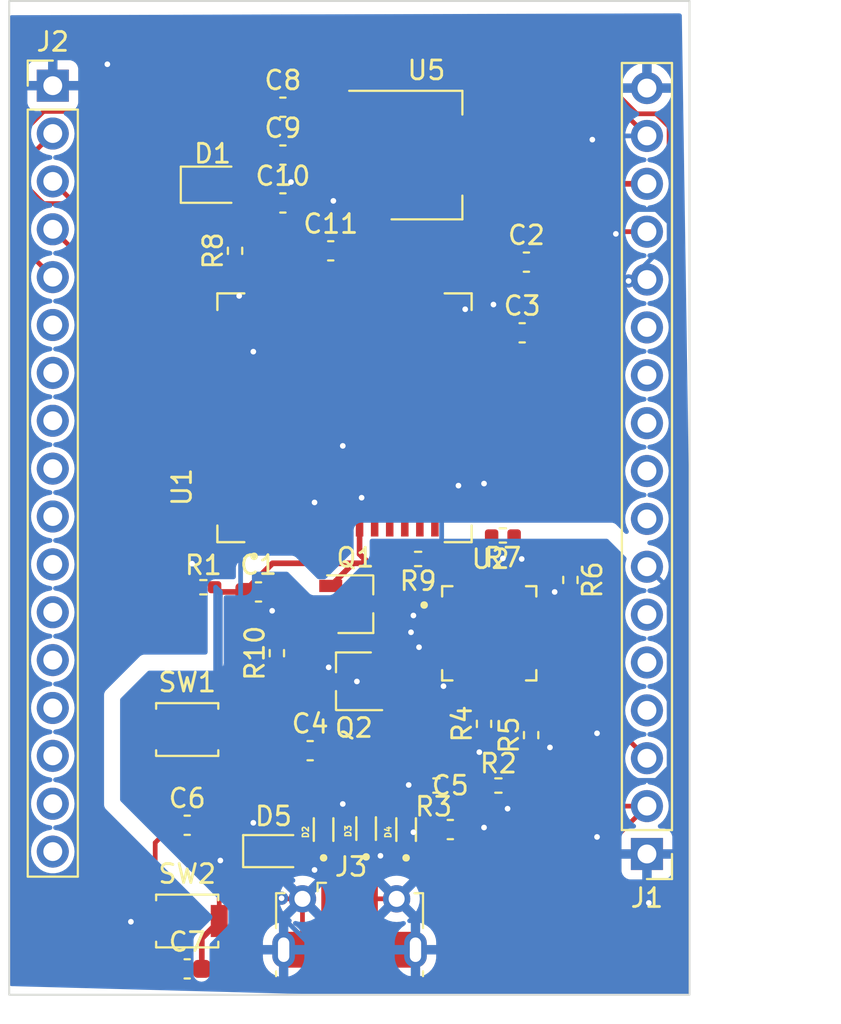
<source format=kicad_pcb>
(kicad_pcb (version 20221018) (generator pcbnew)
  (layers (0 "F.Cu" signal) (31 "B.Cu" power) (34 "B.Paste" user) (35 "F.Paste" user) (36 "B.SilkS" user "B.Silkscreen") (37 "F.SilkS" user "F.Silkscreen") (38 "B.Mask" user) (39 "F.Mask" user) (44 "Edge.Cuts" user))
  (net 0 "")
  (net 1 "ESPRST")
  (net 2 "GNDREF")
  (net 3 "+3.3V")
  (net 4 "Net-(U2-VBUS)")
  (net 5 "IO0")
  (net 6 "+5V")
  (net 7 "Net-(D1-A)")
  (net 8 "VBUS")
  (net 9 "/Micro_bus/USB_DN")
  (net 10 "/Micro_bus/USB_DP")
  (net 11 "GPI36")
  (net 12 "GPI37")
  (net 13 "GPI38")
  (net 14 "GPI39")
  (net 15 "GPI34")
  (net 16 "GPI35")
  (net 17 "IO33")
  (net 18 "IO32")
  (net 19 "IO25")
  (net 20 "IO14")
  (net 21 "IO27")
  (net 22 "IO26")
  (net 23 "RDX0")
  (net 24 "TXD0")
  (net 25 "IO21")
  (net 26 "IO22")
  (net 27 "IO19")
  (net 28 "IO18")
  (net 29 "IO23")
  (net 30 "IO5")
  (net 31 "IO10")
  (net 32 "IO9")
  (net 33 "104")
  (net 34 "IO2")
  (net 35 "IO12")
  (net 36 "IO13")
  (net 37 "IO15")
  (net 40 "Net-(Q1-B)")
  (net 41 "/Micro_bus/DTR")
  (net 42 "Net-(Q2-B)")
  (net 43 "/Micro_bus/RTS")
  (net 44 "Net-(U2-~{RST})")
  (net 45 "Net-(U2-SUSPEND)")
  (net 46 "UORXD")
  (net 47 "Net-(U2-RXD)")
  (net 48 "UOTXD")
  (net 49 "Net-(U2-TXD)")
  (footprint "Resistor_SMD:R_0402_1005Metric_Pad0.72x0.64mm_HandSolder" (layer "F.Cu") (at 77.1425 79.66)
    (fp_text reference "R1")
    (fp_text value "10k(1%)")
  )
  (footprint "Libraries:TVS_LESD5D5.0CT1G" (layer "F.Cu") (at 83.5261 92.519 90)
    (fp_text reference "D2")
    (fp_text value "D_TVS_Filled")
  )
  (footprint "Button_Switch_SMD:SW_SPST_B3U-1000P" (layer "F.Cu") (at 76.285 87.21)
    (fp_text reference "SW1")
    (fp_text value "SW_Push")
  )
  (footprint "Package_TO_SOT_SMD:SOT-223-3_TabPin2" (layer "F.Cu") (at 88.985 56.73)
    (fp_text reference "U5")
    (fp_text value "AMS1117-3.3")
  )
  (footprint "Button_Switch_SMD:SW_SPST_B3U-1000P" (layer "F.Cu") (at 76.285 97.37)
    (fp_text reference "SW2")
    (fp_text value "SW_Push")
  )
  (footprint "Resistor_SMD:R_0402_1005Metric_Pad0.72x0.64mm_HandSolder" (layer "F.Cu") (at 93.045 76.91 180)
    (fp_text reference "R7")
    (fp_text value "0(1%)")
  )
  (footprint "Resistor_SMD:R_0402_1005Metric_Pad0.72x0.64mm_HandSolder" (layer "F.Cu") (at 78.825 61.81 90)
    (fp_text reference "R8")
    (fp_text value "5.1k(1%)")
  )
  (footprint "Resistor_SMD:R_0402_1005Metric_Pad0.72x0.64mm_HandSolder" (layer "F.Cu") (at 92.8083 90.1818)
    (fp_text reference "R2")
    (fp_text value "22.1k(1%)")
  )
  (footprint "LED_SMD:LED_0805_2012Metric" (layer "F.Cu") (at 77.63 58.3026)
    (fp_text reference "D1")
    (fp_text value "LED")
  )
  (footprint "Resistor_SMD:R_0402_1005Metric_Pad0.72x0.64mm_HandSolder" (layer "F.Cu") (at 94.545 87.5075 90)
    (fp_text reference "R5")
    (fp_text value "1k(1%)")
  )
  (footprint "Package_TO_SOT_SMD:TSOT-23" (layer "F.Cu") (at 85.135 84.67 180)
    (fp_text reference "Q2")
    (fp_text value "NPN")
  )
  (footprint "Resistor_SMD:R_0402_1005Metric_Pad0.72x0.64mm_HandSolder" (layer "F.Cu") (at 96.6304 79.2731 -90)
    (fp_text reference "R6")
    (fp_text value "0(1%)")
  )
  (footprint "Diode_SMD:D_SOD-323" (layer "F.Cu") (at 80.8656 93.6616)
    (fp_text reference "D5")
    (fp_text value "D_Schottky")
  )
  (footprint "Resistor_SMD:R_0402_1005Metric_Pad0.72x0.64mm_HandSolder" (layer "F.Cu") (at 92.045 86.91 90)
    (fp_text reference "R4")
    (fp_text value "1k(1%)")
  )
  (footprint "Capacitor_SMD:C_0603_1608Metric" (layer "F.Cu") (at 94.07 66.16)
    (fp_text reference "C3")
    (fp_text value "0.1uf/50v(10%)")
  )
  (footprint "Capacitor_SMD:C_0603_1608Metric" (layer "F.Cu") (at 76.285 92.29)
    (fp_text reference "C6")
    (fp_text value "0.1uF/50v(10%)")
  )
  (footprint "Resistor_SMD:R_0402_1005Metric_Pad0.72x0.64mm_HandSolder" (layer "F.Cu") (at 89.5184 90.1818 180)
    (fp_text reference "R3")
    (fp_text value "47.5k(1%)")
  )
  (footprint "Package_TO_SOT_SMD:TSOT-23" (layer "F.Cu") (at 85.215 80.54)
    (fp_text reference "Q1")
    (fp_text value "NPN")
  )
  (footprint "Resistor_SMD:R_0402_1005Metric_Pad0.72x0.64mm_HandSolder" (layer "F.Cu") (at 81.045 83.16 90)
    (fp_text reference "R10")
    (fp_text value "10k(1%)")
  )
  (footprint "Libraries:TVS_LESD5D5.0CT1G" (layer "F.Cu") (at 85.7846 92.4678 90)
    (fp_text reference "D3")
    (fp_text value "D_TVS_Filled")
  )
  (footprint "Libraries:QFN50P500X500X80-29N" (layer "F.Cu") (at 92.3209 82.1046)
    (fp_text reference "U2")
    (fp_text value "CP2102N-A02-GQFN28")
  )
  (footprint "Capacitor_SMD:C_0603_1608Metric" (layer "F.Cu") (at 94.295 62.41)
    (fp_text reference "C2")
    (fp_text value "100uf/25v(20%)")
  )
  (footprint "Capacitor_SMD:C_0603_1608Metric" (layer "F.Cu") (at 83.905 61.81)
    (fp_text reference "C11")
    (fp_text value "0.1uF/50v(10%)")
  )
  (footprint "Capacitor_SMD:C_0603_1608Metric" (layer "F.Cu") (at 82.8133 88.3322)
    (fp_text reference "C4")
    (fp_text value "10uf/25v(10%)")
  )
  (footprint "Capacitor_SMD:C_0603_1608Metric" (layer "F.Cu") (at 81.365 54.19)
    (fp_text reference "C8")
    (fp_text value "10uF/25v(20%)")
  )
  (footprint "Capacitor_SMD:C_0603_1608Metric" (layer "F.Cu") (at 76.285 99.91)
    (fp_text reference "C7")
    (fp_text value "0.1uF/50v(10%)")
  )
  (footprint "Libraries:MODULE_ESP32-MINI-1U-N4" (layer "F.Cu") (at 84.6368 70.6684 90)
    (fp_text reference "U1")
    (fp_text value "ESP32-MINI-1U-N4")
  )
  (footprint "Libraries:TVS_LESD5D5.0CT1G" (layer "F.Cu") (at 87.9076 92.5194 90)
    (fp_text reference "D4")
    (fp_text value "D_TVS_Filled")
  )
  (footprint "Capacitor_SMD:C_0603_1608Metric" (layer "F.Cu") (at 81.365 56.73)
    (fp_text reference "C9")
    (fp_text value "0.1uF/50v(10%)")
  )
  (footprint "Connector_PinHeader_2.54mm:PinHeader_1x17_P2.54mm_Vertical" (layer "F.Cu") (at 69.1476 53.047)
    (fp_text reference "J2")
    (fp_text value "Screw_Terminal_01x17")
  )
  (footprint "Connector_PinHeader_2.54mm:PinHeader_1x17_P2.54mm_Vertical" (layer "F.Cu") (at 100.6944 93.814 180)
    (fp_text reference "J1")
    (fp_text value "Screw_Terminal_01x17")
  )
  (footprint "Resistor_SMD:R_0402_1005Metric_Pad0.72x0.64mm_HandSolder" (layer "F.Cu") (at 88.545 78.16 180)
    (fp_text reference "R9")
    (fp_text value "10k(1%)")
  )
  (footprint "Capacitor_SMD:C_0603_1608Metric" (layer "F.Cu") (at 81.365 59.27)
    (fp_text reference "C10")
    (fp_text value "10uF/25v(20%)")
  )
  (footprint "Connector_USB:USB_Micro-B_Molex-105017-0001" (layer "F.Cu") (at 84.905 97.6565)
    (fp_text reference "J3")
    (fp_text value "USB_B_Micro")
  )
  (footprint "Capacitor_SMD:C_0603_1608Metric" (layer "F.Cu") (at 90.255 92.5186)
    (fp_text reference "C5")
    (fp_text value "1uf/16v(10%)")
  )
  (footprint "Capacitor_SMD:C_0603_1608Metric" (layer "F.Cu") (at 80.07 79.91)
    (fp_text reference "C1")
    (fp_text value "1uf/16v(10%)")
  )
  (gr_rect (start 66.8362 48.5512) (end 102.955 101.2816) (stroke (width 0.1)) (fill none) (layer "Edge.Cuts"))
  (segment (start 78.045 95.41) (end 78.045 94.16) (width 0.25) (layer "F.Cu") (net 1))
  (segment (start 85.745 78.21) (end 85.565 78.39) (width 0.3) (layer "F.Cu") (net 1))
  (segment (start 79.295 79.91) (end 77.99 79.91) (width 0.3) (layer "F.Cu") (net 1))
  (segment (start 85.565 78.39) (end 85.105 78.39) (width 0.3) (layer "F.Cu") (net 1))
  (segment (start 85.4368 77.9018) (end 85.745 78.21) (width 0.3) (layer "F.Cu") (net 1))
  (segment (start 77.99 79.91) (end 77.74 79.66) (width 0.3) (layer "F.Cu") (net 1))
  (segment (start 77.06 98.295) (end 77.985 97.37) (width 0.3) (layer "F.Cu") (net 1))
  (segment (start 77.985 97.37) (end 77.985 95.47) (width 0.25) (layer "F.Cu") (net 1))
  (segment (start 77.06 99.91) (end 77.06 98.295) (width 0.3) (layer "F.Cu") (net 1))
  (segment (start 77.06 99.91) (end 77.344 100.194) (width 0.3) (layer "F.Cu") (net 1))
  (segment (start 85.4368 76.5684) (end 85.4368 77.9018) (width 0.3) (layer "F.Cu") (net 1))
  (segment (start 77.985 95.47) (end 78.045 95.41) (width 0.25) (layer "F.Cu") (net 1))
  (segment (start 79.295 79.91) (end 80.815 78.39) (width 0.3) (layer "F.Cu") (net 1))
  (segment (start 85.105 78.39) (end 83.905 79.59) (width 0.3) (layer "F.Cu") (net 1))
  (segment (start 80.815 78.39) (end 85.105 78.39) (width 0.3) (layer "F.Cu") (net 1))
  (via (at 78.045 94.16) (size 0.7) (drill 0.3) (layers "F.Cu" "B.Cu") (net 1))
  (segment (start 78.045 79.91) (end 77.795 79.66) (width 0.25) (layer "B.Cu") (net 1))
  (segment (start 81.89724 95.216835) (end 81.28357 95.216835) (width 0.25) (layer "B.Cu") (net 1))
  (segment (start 101.8694 89.220701) (end 101.8694 79.749) (width 0.25) (layer "B.Cu") (net 1))
  (segment (start 80.62 95.880405) (end 80.62 96.439595) (width 0.25) (layer "B.Cu") (net 1))
  (segment (start 81.28357 95.216835) (end 80.62 95.880405) (width 0.25) (layer "B.Cu") (net 1))
  (segment (start 77.795 79.66) (end 77.795 91.114595) (width 0.25) (layer "B.Cu") (net 1))
  (segment (start 101.8694 79.749) (end 100.6944 78.574) (width 0.25) (layer "B.Cu") (net 1))
  (segment (start 101.181101 89.909) (end 101.8694 89.220701) (width 0.25) (layer "B.Cu") (net 1))
  (segment (start 98.296 89.909) (end 101.181101 89.909) (width 0.25) (layer "B.Cu") (net 1))
  (segment (start 92.045 99.16) (end 92.045 96.16) (width 0.25) (layer "B.Cu") (net 1))
  (segment (start 92.045 96.16) (end 98.296 89.909) (width 0.25) (layer "B.Cu") (net 1))
  (segment (start 90.795 100.41) (end 92.045 99.16) (width 0.25) (layer "B.Cu") (net 1))
  (segment (start 80.62 96.439595) (end 84.590405 100.41) (width 0.25) (layer "B.Cu") (net 1))
  (segment (start 84.590405 100.41) (end 90.795 100.41) (width 0.25) (layer "B.Cu") (net 1))
  (segment (start 77.795 91.114595) (end 81.89724 95.216835) (width 0.25) (layer "B.Cu") (net 1))
  (segment (start 78.045 94.16) (end 78.045 79.91) (width 0.25) (layer "B.Cu") (net 1))
  (segment (start 81.329 96.194) (end 81.295 96.16) (width 0.25) (layer "F.Cu") (net 2))
  (segment (start 74.585 91.365) (end 75.51 92.29) (width 0.25) (layer "F.Cu") (net 2))
  (segment (start 88.9209 90.1818) (end 88.0745 90.1818) (width 0.25) (layer "F.Cu") (net 2))
  (segment (start 78.5868 72.6684) (end 78.5868 73.66) (width 0.25) (layer "F.Cu") (net 2))
  (segment (start 80.845 79.91) (end 80.845 80.86) (width 0.25) (layer "F.Cu") (net 2))
  (segment (start 74.585 87.21) (end 74.585 91.365) (width 0.25) (layer "F.Cu") (net 2))
  (segment (start 80.59 58.16) (end 80.59 56.73) (width 0.25) (layer "F.Cu") (net 2))
  (segment (start 78.5868 73.66) (end 78.5868 74.2684) (width 0.25) (layer "F.Cu") (net 2))
  (segment (start 87.9076 91.8594) (end 85.8362 91.8594) (width 0.25) (layer "F.Cu") (net 2))
  (segment (start 81.4368 64.7684) (end 80.6368 64.7684) (width 0.25) (layer "F.Cu") (net 2))
  (segment (start 79.8368 64.765404) (end 79.273696 64.2023) (width 0.25) (layer "F.Cu") (net 2))
  (segment (start 79.7034 67.0684) (end 79.795 67.16) (width 0.25) (layer "F.Cu") (net 2))
  (segment (start 93.292183 67.41) (end 91.045 65.162817) (width 0.25) (layer "F.Cu") (net 2))
  (segment (start 84.6368 70.6684) (end 84.6368 72.0682) (width 0.25) (layer "F.Cu") (net 2))
  (segment (start 82.846 91.859) (end 83.5261 91.859) (width 0.25) (layer "F.Cu") (net 2))
  (segment (start 78.5868 75.8684) (end 78.5868 75.0684) (width 0.25) (layer "F.Cu") (net 2))
  (segment (start 85.7846 91.8078) (end 84.545 91.8078) (width 0.25) (layer "F.Cu") (net 2))
  (segment (start 82.405 96.194) (end 81.329 96.194) (width 0.25) (layer "F.Cu") (net 2))
  (segment (start 83.1368 69.1684) (end 83.1368 70.6684) (width 0.25) (layer "F.Cu") (net 2))
  (segment (start 80.6368 76.5684) (end 79.8368 76.5684) (width 0.25) (layer "F.Cu") (net 2))
  (segment (start 76.6925 58.3026) (end 76.6925 55.0575) (width 0.25) (layer "F.Cu") (net 2))
  (segment (start 85.905 98.894) (end 83.905 98.894) (width 0.25) (layer "F.Cu") (net 2))
  (segment (start 78.5868 74.2684) (end 78.5868 75.0684) (width 0.25) (layer "F.Cu") (net 2))
  (segment (start 94.045 67.41) (end 93.292183 67.41) (width 0.25) (layer "F.Cu") (net 2))
  (segment (start 83.5773 91.8078) (end 83.5261 91.859) (width 0.25) (layer "F.Cu") (net 2))
  (segment (start 86.1368 70.6684) (end 86.0366 70.6684) (width 0.25) (layer "F.Cu") (net 2))
  (segment (start 69.1476 53.047) (end 70.908 53.047) (width 0.25) (layer "F.Cu") (net 2))
  (segment (start 88.295 81.16) (end 88.7396 81.6046) (width 0.25) (layer "F.Cu") (net 2))
  (segment (start 95.07 65.935) (end 94.845 66.16) (width 0.25) (layer "F.Cu") (net 2))
  (segment (start 85.835 54.43) (end 82.105 58.16) (width 0.25) (layer "F.Cu") (net 2))
  (segment (start 90.6868 65.4684) (end 90.6868 65.2682) (width 0.25) (layer "F.Cu") (net 2))
  (segment (start 80.6368 76.5684) (end 80.6368 76.0682) (width 0.25) (layer "F.Cu") (net 2))
  (segment (start 74.585 93.215) (end 74.585 97.37) (width 0.25) (layer "F.Cu") (net 2))
  (segment (start 91.045 65.162817) (end 91.045 64.91) (width 0.25) (layer "F.Cu") (net 2))
  (segment (start 90.6868 65.2682) (end 91.045 64.91) (width 0.25) (layer "F.Cu") (net 2))
  (segment (start 94.545 88.105) (end 95.49 88.105) (width 0.25) (layer "F.Cu") (net 2))
  (segment (start 88.405 97.194) (end 87.405 96.194) (width 0.25) (layer "F.Cu") (net 2))
  (segment (start 85.8362 91.8594) (end 85.7846 91.8078) (width 0.25) (layer "F.Cu") (net 2))
  (segment (start 76.6925 55.0575) (end 76.295 54.66) (width 0.25) (layer "F.Cu") (net 2))
  (segment (start 91.03 92.5186) (end 91.9364 92.5186) (width 0.25) (layer "F.Cu") (net 2))
  (segment (start 80.59 58.16) (end 81.795 58.16) (width 0.25) (layer "F.Cu") (net 2))
  (segment (start 83.1368 69.1684) (end 84.6368 69.1684) (width 0.25) (layer "F.Cu") (net 2))
  (segment (start 78.5868 67.0684) (end 79.7034 67.0684) (width 0.25) (layer "F.Cu") (net 2))
  (segment (start 85.905 98.894) (end 87.805 98.894) (width 0.25) (layer "F.Cu") (net 2))
  (segment (start 84.5366 72.1684) (end 84.545 72.16) (width 0.25) (layer "F.Cu") (net 2))
  (segment (start 74.585 97.37) (end 73.335 97.37) (width 0.25) (layer "F.Cu") (net 2))
  (segment (start 84.6368 72.0682) (end 84.545 72.16) (width 0.25) (layer "F.Cu") (net 2))
  (segment (start 83.1368 72.1684) (end 84.5366 72.1684) (width 0.25) (layer "F.Cu") (net 2))
  (segment (start 86.0366 70.6684) (end 84.545 72.16) (width 0.25) (layer "F.Cu") (net 2))
  (segment (start 78.5868 73.4684) (end 78.5868 73.66) (width 0.25) (layer "F.Cu") (net 2))
  (segment (start 91.8209 81.6046) (end 89.9609 81.6046) (width 0.25) (layer "F.Cu") (net 2))
  (segment (start 83.1368 70.6684) (end 83.1368 70.7518) (width 0.25) (layer "F.Cu") (net 2))
  (segment (start 84.545 91.8078) (end 83.5773 91.8078) (width 0.25) (layer "F.Cu") (net 2))
  (segment (start 86.205 96.194) (end 87.405 96.194) (width 0.25) (layer "F.Cu") (net 2))
  (segment (start 80.845 80.86) (end 80.795 80.91) (width 0.25) (layer "F.Cu") (net 2))
  (segment (start 80.59 56.73) (end 80.59 54.19) (width 0.25) (layer "F.Cu") (net 2))
  (segment (start 80.37 54.41) (end 76.545 54.41) (width 0.25) (layer "F.Cu") (net 2))
  (segment (start 82.105 58.16) (end 81.795 58.16) (width 0.25) (layer "F.Cu") (net 2))
  (segment (start 80.6368 76.0682) (end 84.545 72.16) (width 0.25) (layer "F.Cu") (net 2))
  (segment (start 79.273696 64.2023) (end 79.045 64.2023) (width 0.25) (layer "F.Cu") (net 2))
  (segment (start 91.9364 92.5186) (end 92.045 92.41) (width 0.25) (layer "F.Cu") (net 2))
  (segment (start 88.0745 90.1818) (end 88.045 90.1523) (width 0.25) (layer "F.Cu") (net 2))
  (segment (start 88.7396 81.6046) (end 89.9609 81.6046) (width 0.25) (layer "F.Cu") (net 2))
  (segment (start 82.005 98.894) (end 83.905 98.894) (width 0.25) (layer "F.Cu") (net 2))
  (segment (start 82.795 91.91) (end 82.846 91.859) (width 0.25) (layer "F.Cu") (net 2))
  (segment (start 94.845 66.61) (end 94.045 67.41) (width 0.25) (layer "F.Cu") (net 2))
  (segment (start 84.5534 72.1684) (end 84.545 72.16) (width 0.25) (layer "F.Cu") (net 2))
  (segment (start 88.405 98.894) (end 88.405 97.194) (width 0.25) (layer "F.Cu") (net 2))
  (segment (start 82.0383 88.3322) (end 82.0383 91.1533) (width 0.25) (layer "F.Cu") (net 2))
  (segment (start 75.51 92.29) (end 74.585 93.215) (width 0.25) (layer "F.Cu") (net 2))
  (segment (start 82.0383 91.1533) (end 82.795 91.91) (width 0.25) (layer "F.Cu") (net 2))
  (segment (start 92.3209 82.1046) (end 91.8209 81.6046) (width 0.25) (layer "F.Cu") (net 2))
  (segment (start 84.6368 69.1684) (end 86.1368 69.1684) (width 0.25) (layer "F.Cu") (net 2))
  (segment (start 86.1368 72.1684) (end 84.5534 72.1684) (width 0.25) (layer "F.Cu") (net 2))
  (segment (start 80.59 59.27) (end 80.59 58.16) (width 0.25) (layer "F.Cu") (net 2))
  (segment (start 80.6368 64.7684) (end 79.8368 64.7684) (width 0.25) (layer "F.Cu") (net 2))
  (segment (start 78.5868 65.4684) (end 78.5868 72.6684) (width 0.25) (layer "F.Cu") (net 2))
  (segment (start 76.545 54.41) (end 76.295 54.66) (width 0.25) (layer "F.Cu") (net 2))
  (segment (start 83.1368 70.7518) (end 84.545 72.16) (width 0.25) (layer "F.Cu") (net 2))
  (segment (start 95.49 88.105) (end 95.545 88.16) (width 0.25) (layer "F.Cu") (net 2))
  (segment (start 82.405 98.494) (end 82.005 98.894) (width 0.25) (layer "F.Cu") (net 2))
  (segment (start 75.51 99.91) (end 74.585 98.985) (width 0.25) (layer "F.Cu") (net 2))
  (segment (start 73.335 97.37) (end 73.295 97.41) (width 0.25) (layer "F.Cu") (net 2))
  (segment (start 82.405 96.194) (end 82.405 98.494) (width 0.25) (layer "F.Cu") (net 2))
  (segment (start 84.6368 69.1684) (end 84.6368 70.6684) (width 0.25) (layer "F.Cu") (net 2))
  (segment (start 80.59 54.19) (end 80.37 54.41) (width 0.25) (layer "F.Cu") (net 2))
  (segment (start 79.8368 64.7684) (end 79.8368 64.765404) (width 0.25) (layer "F.Cu") (net 2))
  (segment (start 70.908 53.047) (end 72.045 51.91) (width 0.25) (layer "F.Cu") (net 2))
  (segment (start 74.585 98.985) (end 74.585 97.37) (width 0.25) (layer "F.Cu") (net 2))
  (segment (start 84.545 91.8078) (end 84.545 91.16) (width 0.25) (layer "F.Cu") (net 2))
  (segment (start 95.07 62.41) (end 95.07 65.935) (width 0.25) (layer "F.Cu") (net 2))
  (segment (start 86.1368 69.1684) (end 86.1368 70.6684) (width 0.25) (layer "F.Cu") (net 2))
  (segment (start 94.845 66.16) (end 94.845 66.61) (width 0.25) (layer "F.Cu") (net 2))
  (via (at 81.795 58.16) (size 0.7) (drill 0.3) (layers "F.Cu" "B.Cu") (net 2))
  (via (at 73.295 97.41) (size 0.7) (drill 0.3) (layers "F.Cu" "B.Cu") (net 2))
  (via (at 91.045 64.91) (size 0.7) (drill 0.3) (layers "F.Cu" "B.Cu") (net 2))
  (via (at 81.295 96.16) (size 0.7) (drill 0.3) (layers "F.Cu" "B.Cu") (net 2))
  (via (at 84.545 91.16) (size 0.7) (drill 0.3) (layers "F.Cu" "B.Cu") (net 2))
  (via (at 84.545 72.16) (size 0.7) (drill 0.3) (layers "F.Cu" "B.Cu") (net 2))
  (via (at 88.045 90.1523) (size 0.7) (drill 0.3) (layers "F.Cu" "B.Cu") (net 2))
  (via (at 95.545 88.16) (size 0.7) (drill 0.3) (layers "F.Cu" "B.Cu") (net 2))
  (via (at 79.795 67.16) (size 0.7) (drill 0.3) (layers "F.Cu" "B.Cu") (net 2))
  (via (at 79.045 64.2023) (size 0.7) (drill 0.3) (layers "F.Cu" "B.Cu") (net 2))
  (via (at 100.795 96.41) (size 0.7) (drill 0.3) (layers "F.Cu" "B.Cu") (net 2))
  (via (at 80.795 80.91) (size 0.7) (drill 0.3) (layers "F.Cu" "B.Cu") (net 2))
  (via (at 92.045 92.41) (size 0.7) (drill 0.3) (layers "F.Cu" "B.Cu") (net 2))
  (via (at 72.045 51.91) (size 0.7) (drill 0.3) (layers "F.Cu" "B.Cu") (net 2))
  (via (at 88.295 81.16) (size 0.7) (drill 0.3) (layers "F.Cu" "B.Cu") (net 2))
  (segment (start 100.6944 93.814) (end 100.6944 96.3094) (width 0.25) (layer "B.Cu") (net 2))
  (segment (start 100.6944 96.3094) (end 100.795 96.41) (width 0.25) (layer "B.Cu") (net 2))
  (segment (start 93.295 65.41) (end 92.545 64.66) (width 0.25) (layer "F.Cu") (net 3))
  (segment (start 93.52 58.185) (end 93.52 62.41) (width 0.25) (layer "F.Cu") (net 3))
  (segment (start 86.3301 88.099) (end 89.78205 84.64705) (width 0.25) (layer "F.Cu") (net 3))
  (segment (start 83.5883 88.3322) (end 86.0969 88.3322) (width 0.25) (layer "F.Cu") (net 3))
  (segment (start 94.545 57.16) (end 93.52 58.185) (width 0.25) (layer "F.Cu") (net 3))
  (segment (start 84.68 62.525) (end 84.545 62.66) (width 0.25) (layer "F.Cu") (net 3))
  (segment (start 81.045 62.66) (end 79.0775 62.66) (width 0.25) (layer "F.Cu") (net 3))
  (segment (start 89.78205 84.64705) (end 89.9609 84.4682) (width 0.25) (layer "F.Cu") (net 3))
  (segment (start 85.835 56.73) (end 84.68 56.73) (width 0.25) (layer "F.Cu") (net 3))
  (segment (start 92.135 56.73) (end 94.115 56.73) (width 0.25) (layer "F.Cu") (net 3))
  (segment (start 95.8115 91.274) (end 92.045 87.5075) (width 0.25) (layer "F.Cu") (net 3))
  (segment (start 82.1952 75.16) (end 83.045 75.16) (width 0.25) (layer "F.Cu") (net 3))
  (segment (start 94.115 56.73) (end 94.545 57.16) (width 0.25) (layer "F.Cu") (net 3))
  (segment (start 89.78205 84.64705) (end 89.892251 84.757251) (width 0.25) (layer "F.Cu") (net 3))
  (segment (start 85.28 62.41) (end 84.68 61.81) (width 0.25) (layer "F.Cu") (net 3))
  (segment (start 81.4368 76.5684) (end 81.4368 75.9184) (width 0.25) (layer "F.Cu") (net 3))
  (segment (start 84.68 56.73) (end 82.14 59.27) (width 0.25) (layer "F.Cu") (net 3))
  (segment (start 79.0775 62.66) (end 78.825 62.4075) (width 0.25) (layer "F.Cu") (net 3))
  (segment (start 89.892251 84.757251) (end 89.892251 84.91) (width 0.25) (layer "F.Cu") (net 3))
  (segment (start 81.045 60.662183) (end 81.045 62.66) (width 0.25) (layer "F.Cu") (net 3))
  (segment (start 82.14 59.567183) (end 81.045 60.662183) (width 0.25) (layer "F.Cu") (net 3))
  (segment (start 93.295 62.635) (end 93.52 62.41) (width 0.25) (layer "F.Cu") (net 3))
  (segment (start 93.52 62.41) (end 85.28 62.41) (width 0.25) (layer "F.Cu") (net 3))
  (segment (start 92.045 88.16) (end 91.795 88.41) (width 0.25) (layer "F.Cu") (net 3))
  (segment (start 100.6944 91.274) (end 95.8115 91.274) (width 0.25) (layer "F.Cu") (net 3))
  (segment (start 92.045 87.5075) (end 92.045 88.16) (width 0.25) (layer "F.Cu") (net 3))
  (segment (start 100.6944 91.274) (end 99.0584 92.91) (width 0.25) (layer "F.Cu") (net 3))
  (segment (start 99.0584 92.91) (end 98.045 92.91) (width 0.25) (layer "F.Cu") (net 3))
  (segment (start 93.295 66.16) (end 93.295 65.41) (width 0.25) (layer "F.Cu") (net 3))
  (segment (start 81.4368 75.9184) (end 82.1952 75.16) (width 0.25) (layer "F.Cu") (net 3))
  (segment (start 86.0969 88.3322) (end 86.3301 88.099) (width 0.25) (layer "F.Cu") (net 3))
  (segment (start 84.68 61.81) (end 84.68 62.525) (width 0.25) (layer "F.Cu") (net 3))
  (segment (start 82.14 59.27) (end 82.14 59.567183) (width 0.25) (layer "F.Cu") (net 3))
  (segment (start 89.9609 84.4682) (end 89.9609 83.6046) (width 0.25) (layer "F.Cu") (net 3))
  (segment (start 89.9609 83.1046) (end 89.9609 83.6046) (width 0.25) (layer "F.Cu") (net 3))
  (segment (start 93.295 66.16) (end 93.295 62.635) (width 0.25) (layer "F.Cu") (net 3))
  (segment (start 76.545 79.66) (end 76.545 78.41) (width 0.25) (layer "F.Cu") (net 3))
  (segment (start 84.545 62.66) (end 81.045 62.66) (width 0.25) (layer "F.Cu") (net 3))
  (via (at 98.045 92.91) (size 0.7) (drill 0.3) (layers "F.Cu" "B.Cu") (net 3))
  (via (at 83.045 75.16) (size 0.7) (drill 0.3) (layers "F.Cu" "B.Cu") (net 3))
  (via (at 76.545 78.41) (size 0.7) (drill 0.3) (layers "F.Cu" "B.Cu") (net 3))
  (via (at 91.795 88.41) (size 0.7) (drill 0.3) (layers "F.Cu" "B.Cu") (net 3))
  (via (at 92.545 64.66) (size 0.7) (drill 0.3) (layers "F.Cu" "B.Cu") (net 3))
  (via (at 89.892251 84.91) (size 0.7) (drill 0.3) (layers "F.Cu" "B.Cu") (net 3))
  (segment (start 84.295 75.16) (end 93.045 66.41) (width 0.25) (layer "B.Cu") (net 3))
  (segment (start 92.545 65.91) (end 93.045 66.41) (width 0.25) (layer "B.Cu") (net 3))
  (segment (start 92.545 64.66) (end 92.545 65.91) (width 0.25) (layer "B.Cu") (net 3))
  (segment (start 93.045 66.41) (end 93.17 66.285) (width 0.25) (layer "B.Cu") (net 3))
  (segment (start 89.795 86.66) (end 89.795 84.66) (width 0.25) (layer "B.Cu") (net 3))
  (segment (start 91.795 88.41) (end 91.545 88.41) (width 0.25) (layer "B.Cu") (net 3))
  (segment (start 83.045 75.16) (end 84.295 75.16) (width 0.25) (layer "B.Cu") (net 3))
  (segment (start 91.545 88.41) (end 89.795 86.66) (width 0.25) (layer "B.Cu") (net 3))
  (segment (start 89.48 92.5186) (end 89.48 91.875) (width 0.3) (layer "F.Cu") (net 4))
  (segment (start 90.0782 91.2768) (end 89.48 91.875) (width 0.25) (layer "F.Cu") (net 4))
  (segment (start 90.8209 89.4768) (end 90.8209 84.4646) (width 0.25) (layer "F.Cu") (net 4))
  (segment (start 90.1159 90.1818) (end 90.8209 89.4768) (width 0.25) (layer "F.Cu") (net 4))
  (segment (start 92.2108 90.1818) (end 91.1158 91.2768) (width 0.25) (layer "F.Cu") (net 4))
  (segment (start 90.064294 90.233406) (end 90.1159 90.1818) (width 0.25) (layer "F.Cu") (net 4))
  (segment (start 90.064294 91.262894) (end 90.064294 90.233406) (width 0.25) (layer "F.Cu") (net 4))
  (segment (start 91.1158 91.2768) (end 90.0782 91.2768) (width 0.25) (layer "F.Cu") (net 4))
  (segment (start 90.0782 91.2768) (end 90.064294 91.262894) (width 0.25) (layer "F.Cu") (net 4))
  (segment (start 85.545 86.41) (end 84.745 87.21) (width 0.25) (layer "F.Cu") (net 5))
  (segment (start 86.445 85.62) (end 85.655 86.41) (width 0.25) (layer "F.Cu") (net 5))
  (segment (start 84.745 87.21) (end 77.985 87.21) (width 0.25) (layer "F.Cu") (net 5))
  (segment (start 77.06 92.29) (end 77.985 91.365) (width 0.25) (layer "F.Cu") (net 5))
  (segment (start 85.655 86.41) (end 85.545 86.41) (width 0.25) (layer "F.Cu") (net 5))
  (segment (start 77.985 91.365) (end 77.985 87.21) (width 0.25) (layer "F.Cu") (net 5))
  (segment (start 79.8156 93.6616) (end 79.8156 92.1806) (width 0.25) (layer "F.Cu") (net 6))
  (segment (start 97.1404 52.16) (end 100.6944 55.714) (width 0.25) (layer "F.Cu") (net 6))
  (segment (start 82.14 54.19) (end 84.17 52.16) (width 0.25) (layer "F.Cu") (net 6))
  (segment (start 85.835 59.03) (end 88.795 56.07) (width 0.25) (layer "F.Cu") (net 6))
  (segment (start 88.795 56.07) (end 88.795 52.16) (width 0.25) (layer "F.Cu") (net 6))
  (segment (start 84.17 52.16) (end 88.795 52.16) (width 0.25) (layer "F.Cu") (net 6))
  (segment (start 85.835 59.03) (end 84.175 59.03) (width 0.25) (layer "F.Cu") (net 6))
  (segment (start 88.795 52.16) (end 97.1404 52.16) (width 0.25) (layer "F.Cu") (net 6))
  (segment (start 82.14 56.73) (end 82.14 54.19) (width 0.25) (layer "F.Cu") (net 6))
  (segment (start 79.8156 92.1806) (end 79.795 92.16) (width 0.25) (layer "F.Cu") (net 6))
  (segment (start 84.175 59.03) (end 84.045 59.16) (width 0.25) (layer "F.Cu") (net 6))
  (via (at 97.795 55.91) (size 0.7) (drill 0.3) (layers "F.Cu" "B.Cu") (net 6))
  (via (at 84.045 59.16) (size 0.7) (drill 0.3) (layers "F.Cu" "B.Cu") (net 6))
  (via (at 79.795 92.16) (size 0.7) (drill 0.3) (layers "F.Cu" "B.Cu") (net 6))
  (segment (start 79.795 92.16) (end 79.12 91.485) (width 0.25) (layer "B.Cu") (net 6))
  (segment (start 79.12 91.485) (end 79.12 65.585) (width 0.25) (layer "B.Cu") (net 6))
  (segment (start 88.795 55.91) (end 97.795 55.91) (width 0.25) (layer "B.Cu") (net 6))
  (segment (start 100.6944 55.714) (end 97.991 55.714) (width 0.25) (layer "B.Cu") (net 6))
  (segment (start 79.12 65.585) (end 88.795 55.91) (width 0.25) (layer "B.Cu") (net 6))
  (segment (start 97.991 55.714) (end 97.795 55.91) (width 0.25) (layer "B.Cu") (net 6))
  (segment (start 78.5675 58.3026) (end 78.5675 60.955) (width 0.25) (layer "F.Cu") (net 7))
  (segment (start 78.5675 60.955) (end 78.825 61.2125) (width 0.25) (layer "F.Cu") (net 7))
  (segment (start 93.4058 90.1818) (end 93.345 90.2426) (width 0.3) (layer "F.Cu") (net 8))
  (segment (start 83.605 95.22) (end 83.605 96.194) (width 0.25) (layer "F.Cu") (net 8))
  (segment (start 93.4058 91.2992) (end 93.295 91.41) (width 0.25) (layer "F.Cu") (net 8))
  (segment (start 83.045 94.66) (end 83.605 95.22) (width 0.25) (layer "F.Cu") (net 8))
  (segment (start 83.5261 93.179) (end 83.5261 94.1789) (width 0.25) (layer "F.Cu") (net 8))
  (segment (start 83.605 93.2579) (end 83.5261 93.179) (width 0.3) (layer "F.Cu") (net 8))
  (segment (start 93.4058 90.1818) (end 93.4058 91.2992) (width 0.25) (layer "F.Cu") (net 8))
  (segment (start 82.0466 93.6616) (end 83.045 94.66) (width 0.25) (layer "F.Cu") (net 8))
  (segment (start 81.9156 93.6616) (end 82.0466 93.6616) (width 0.25) (layer "F.Cu") (net 8))
  (segment (start 83.5261 94.1789) (end 83.045 94.66) (width 0.25) (layer "F.Cu") (net 8))
  (via (at 93.295 91.41) (size 0.7) (drill 0.3) (layers "F.Cu" "B.Cu") (net 8))
  (via (at 83.045 94.66) (size 0.7) (drill 0.3) (layers "F.Cu" "B.Cu") (net 8))
  (segment (start 93.295 91.41) (end 93.295 92.114595) (width 0.25) (layer "B.Cu") (net 8))
  (segment (start 90.749595 94.66) (end 83.045 94.66) (width 0.25) (layer "B.Cu") (net 8))
  (segment (start 93.295 92.114595) (end 90.749595 94.66) (width 0.25) (layer "B.Cu") (net 8))
  (segment (start 84.905 96.194) (end 84.905 95.319) (width 0.2) (layer "F.Cu") (net 9))
  (segment (start 85.7846 94.4394) (end 85.7846 93.1278) (width 0.2) (layer "F.Cu") (net 9))
  (segment (start 88.831287 82.6046) (end 88.592751 82.843136) (width 0.2) (layer "F.Cu") (net 9))
  (segment (start 85.7846 93.1278) (end 85.7846 93.1496) (width 0.2) (layer "F.Cu") (net 9))
  (segment (start 84.905 95.319) (end 85.7846 94.4394) (width 0.2) (layer "F.Cu") (net 9))
  (segment (start 85.7846 93.1496) (end 86.545 93.91) (width 0.2) (layer "F.Cu") (net 9))
  (segment (start 89.9609 82.6046) (end 88.831287 82.6046) (width 0.2) (layer "F.Cu") (net 9))
  (via (at 88.592751 82.843136) (size 0.7) (drill 0.3) (layers "F.Cu" "B.Cu") (net 9))
  (via (at 86.545 93.91) (size 0.7) (drill 0.3) (layers "F.Cu" "B.Cu") (net 9))
  (segment (start 86.545 85.91) (end 88.795 83.66) (width 0.2) (layer "B.Cu") (net 9))
  (segment (start 86.545 93.91) (end 86.545 85.91) (width 0.2) (layer "B.Cu") (net 9))
  (segment (start 88.592751 82.843136) (end 88.592751 83.457751) (width 0.2) (layer "B.Cu") (net 9))
  (segment (start 88.592751 83.457751) (end 88.795 83.66) (width 0.2) (layer "B.Cu") (net 9))
  (segment (start 88.16762 82.050438) (end 88.16762 82.129961) (width 0.2) (layer "F.Cu") (net 10))
  (segment (start 85.2846 92.5878) (end 87.316 92.5878) (width 0.2) (layer "F.Cu") (net 10))
  (segment (start 87.9076 93.0474) (end 88.295 92.66) (width 0.2) (layer "F.Cu") (net 10))
  (segment (start 88.16762 82.050438) (end 88.221782 82.1046) (width 0.2) (layer "F.Cu") (net 10))
  (segment (start 87.9076 93.1794) (end 87.9076 93.0474) (width 0.2) (layer "F.Cu") (net 10))
  (segment (start 84.255 96.194) (end 84.255 93.6174) (width 0.2) (layer "F.Cu") (net 10))
  (segment (start 88.221782 82.1046) (end 89.9609 82.1046) (width 0.2) (layer "F.Cu") (net 10))
  (segment (start 87.316 92.5878) (end 87.9076 93.1794) (width 0.2) (layer "F.Cu") (net 10))
  (segment (start 84.255 93.6174) (end 85.2846 92.5878) (width 0.2) (layer "F.Cu") (net 10))
  (via (at 88.16762 82.050438) (size 0.7) (drill 0.3) (layers "F.Cu" "B.Cu") (net 10))
  (via (at 88.295 92.66) (size 0.7) (drill 0.3) (layers "F.Cu" "B.Cu") (net 10))
  (segment (start 88.86199 82.193136) (end 89.242751 82.573897) (width 0.2) (layer "B.Cu") (net 10))
  (segment (start 89.242751 91.712249) (end 88.295 92.66) (width 0.2) (layer "B.Cu") (net 10))
  (segment (start 89.242751 82.573897) (end 89.242751 91.712249) (width 0.2) (layer "B.Cu") (net 10))
  (segment (start 88.104445 82.193136) (end 88.86199 82.193136) (width 0.2) (layer "B.Cu") (net 10))
  (segment (start 99.3704 87.41) (end 98.045 87.41) (width 0.25) (layer "F.Cu") (net 11))
  (segment (start 85.545 74.91) (end 84.6116 75.8434) (width 0.25) (layer "F.Cu") (net 11))
  (segment (start 84.6116 75.8434) (end 82.3118 75.8434) (width 0.25) (layer "F.Cu") (net 11))
  (segment (start 82.2368 75.9184) (end 82.2368 76.5684) (width 0.25) (layer "F.Cu") (net 11))
  (segment (start 100.6944 88.734) (end 99.3704 87.41) (width 0.25) (layer "F.Cu") (net 11))
  (segment (start 82.3118 75.8434) (end 82.2368 75.9184) (width 0.25) (layer "F.Cu") (net 11))
  (via (at 98.045 87.41) (size 0.7) (drill 0.3) (layers "F.Cu" "B.Cu") (net 11))
  (via (at 85.545 74.91) (size 0.7) (drill 0.3) (layers "F.Cu" "B.Cu") (net 11))
  (segment (start 89.795 74.41) (end 89.295 74.91) (width 0.25) (layer "B.Cu") (net 11))
  (segment (start 98.045 87.41) (end 89.795 79.16) (width 0.25) (layer "B.Cu") (net 11))
  (segment (start 89.295 74.91) (end 85.545 74.91) (width 0.25) (layer "B.Cu") (net 11))
  (segment (start 89.795 79.16) (end 89.795 74.41) (width 0.25) (layer "B.Cu") (net 11))
  (segment (start 84.6368 77.2684) (end 84.6368 76.5684) (width 0.3) (layer "F.Cu") (net 14))
  (segment (start 100.6944 63.334) (end 99.795 63.334) (width 0.25) (layer "F.Cu") (net 20))
  (segment (start 99.795 63.334) (end 99.719 63.41) (width 0.25) (layer "F.Cu") (net 20))
  (via (at 90.6868 74.2684) (size 0.7) (drill 0.3) (layers "F.Cu" "B.Cu") (net 20))
  (via (at 99.719 63.41) (size 0.7) (drill 0.3) (layers "F.Cu" "B.Cu") (net 20))
  (segment (start 93.62 71.3352) (end 90.6868 74.2684) (width 0.25) (layer "B.Cu") (net 20))
  (segment (start 101.181101 59.619) (end 99.380905 59.619) (width 0.25) (layer "B.Cu") (net 20))
  (segment (start 99.740101 63.41) (end 101.8694 61.280701) (width 0.25) (layer "B.Cu") (net 20))
  (segment (start 101.8694 60.307299) (end 101.181101 59.619) (width 0.25) (layer "B.Cu") (net 20))
  (segment (start 99.380905 59.619) (end 93.62 65.379905) (width 0.25) (layer "B.Cu") (net 20))
  (segment (start 99.719 63.41) (end 99.740101 63.41) (width 0.25) (layer "B.Cu") (net 20))
  (segment (start 101.8694 61.280701) (end 101.8694 60.307299) (width 0.25) (layer "B.Cu") (net 20))
  (segment (start 93.62 65.379905) (end 93.62 71.3352) (width 0.25) (layer "B.Cu") (net 20))
  (segment (start 100.6944 60.794) (end 99.1605 60.794) (width 0.25) (layer "F.Cu") (net 21))
  (segment (start 92.045 74.16) (end 91.1366 75.0684) (width 0.25) (layer "F.Cu") (net 21))
  (segment (start 99.1605 60.794) (end 99.0445 60.91) (width 0.25) (layer "F.Cu") (net 21))
  (segment (start 91.1366 75.0684) (end 90.6868 75.0684) (width 0.25) (layer "F.Cu") (net 21))
  (via (at 92.045 74.16) (size 0.7) (drill 0.3) (layers "F.Cu" "B.Cu") (net 21))
  (via (at 99.0445 60.91) (size 0.7) (drill 0.3) (layers "F.Cu" "B.Cu") (net 21))
  (segment (start 99.0445 60.91) (end 99.0445 67.1605) (width 0.25) (layer "B.Cu") (net 21))
  (segment (start 99.0445 67.1605) (end 92.045 74.16) (width 0.25) (layer "B.Cu") (net 21))
  (segment (start 98.345 58.51) (end 98.601 58.254) (width 0.3) (layer "F.Cu") (net 22))
  (segment (start 98.345 70.21) (end 98.345 58.51) (width 0.3) (layer "F.Cu") (net 22))
  (segment (start 98.601 58.254) (end 100.6944 58.254) (width 0.3) (layer "F.Cu") (net 22))
  (segment (start 92.6866 75.8684) (end 98.345 70.21) (width 0.3) (layer "F.Cu") (net 22))
  (segment (start 90.6868 75.8684) (end 92.6866 75.8684) (width 0.3) (layer "F.Cu") (net 22))
  (segment (start 75.209101 64.8768) (end 69.634301 59.302) (width 0.25) (layer "F.Cu") (net 23))
  (segment (start 67.795 58.436101) (end 67.795 56.9396) (width 0.25) (layer "F.Cu") (net 23))
  (segment (start 69.634301 59.302) (end 68.660899 59.302) (width 0.25) (layer "F.Cu") (net 23))
  (segment (start 83.8368 65.2184) (end 83.5618 65.4934) (width 0.25) (layer "F.Cu") (net 23))
  (segment (start 79.3118 64.8768) (end 75.209101 64.8768) (width 0.25) (layer "F.Cu") (net 23))
  (segment (start 79.3118 65.4934) (end 79.3118 64.8768) (width 0.25) (layer "F.Cu") (net 23))
  (segment (start 83.5618 65.4934) (end 79.3118 65.4934) (width 0.25) (layer "F.Cu") (net 23))
  (segment (start 83.8368 64.7684) (end 83.8368 65.2184) (width 0.25) (layer "F.Cu") (net 23))
  (segment (start 67.795 56.9396) (end 69.1476 55.587) (width 0.25) (layer "F.Cu") (net 23))
  (segment (start 68.660899 59.302) (end 67.795 58.436101) (width 0.25) (layer "F.Cu") (net 23))
  (segment (start 82.3284 63.41) (end 74.4306 63.41) (width 0.25) (layer "F.Cu") (net 24))
  (segment (start 83.0368 64.7684) (end 83.0368 64.1184) (width 0.25) (layer "F.Cu") (net 24))
  (segment (start 74.4306 63.41) (end 69.1476 58.127) (width 0.25) (layer "F.Cu") (net 24))
  (segment (start 83.0368 64.1184) (end 82.3284 63.41) (width 0.25) (layer "F.Cu") (net 24))
  (segment (start 77.8618 69.3812) (end 69.1476 60.667) (width 0.25) (layer "F.Cu") (net 25))
  (segment (start 84.6368 64.7684) (end 84.6368 65.4184) (width 0.25) (layer "F.Cu") (net 25))
  (segment (start 84.6368 65.4184) (end 79.3118 70.7434) (width 0.25) (layer "F.Cu") (net 25))
  (segment (start 79.3118 76.3934) (end 77.8618 76.3934) (width 0.25) (layer "F.Cu") (net 25))
  (segment (start 77.8618 76.3934) (end 77.8618 69.3812) (width 0.25) (layer "F.Cu") (net 25))
  (segment (start 79.3118 70.7434) (end 79.3118 76.3934) (width 0.25) (layer "F.Cu") (net 25))
  (segment (start 68.660899 54.412) (end 67.345 55.727899) (width 0.25) (layer "F.Cu") (net 26))
  (segment (start 101.8694 56.200701) (end 101.8694 55.227299) (width 0.25) (layer "F.Cu") (net 26))
  (segment (start 100.155796 54.539) (end 97.326796 51.71) (width 0.25) (layer "F.Cu") (net 26))
  (segment (start 67.345 55.727899) (end 67.345 61.4044) (width 0.25) (layer "F.Cu") (net 26))
  (segment (start 97.326796 51.71) (end 76.495 51.71) (width 0.25) (layer "F.Cu") (net 26))
  (segment (start 67.345 61.4044) (end 69.1476 63.207) (width 0.25) (layer "F.Cu") (net 26))
  (segment (start 85.4368 64.7684) (end 85.4368 65.2184) (width 0.25) (layer "F.Cu") (net 26))
  (segment (start 76.495 51.71) (end 73.793 54.412) (width 0.25) (layer "F.Cu") (net 26))
  (segment (start 101.8694 55.227299) (end 101.181101 54.539) (width 0.25) (layer "F.Cu") (net 26))
  (segment (start 73.793 54.412) (end 68.660899 54.412) (width 0.25) (layer "F.Cu") (net 26))
  (segment (start 101.181101 54.539) (end 100.155796 54.539) (width 0.25) (layer "F.Cu") (net 26))
  (segment (start 83.905 81.49) (end 82.965 81.49) (width 0.25) (layer "F.Cu") (net 40))
  (segment (start 81.8925 82.5625) (end 81.045 82.5625) (width 0.25) (layer "F.Cu") (net 40))
  (segment (start 82.965 81.49) (end 81.8925 82.5625) (width 0.25) (layer "F.Cu") (net 40))
  (segment (start 89.1425 78.6125) (end 89.1425 78.16) (width 0.3) (layer "F.Cu") (net 41))
  (segment (start 90.8209 79.7446) (end 90.7271 79.7446) (width 0.3) (layer "F.Cu") (net 41))
  (segment (start 87.215 80.54) (end 89.1425 78.6125) (width 0.3) (layer "F.Cu") (net 41))
  (segment (start 86.525 80.54) (end 87.215 80.54) (width 0.3) (layer "F.Cu") (net 41))
  (segment (start 90.7271 79.7446) (end 89.1425 78.16) (width 0.3) (layer "F.Cu") (net 41))
  (segment (start 87.295 78.16) (end 85.295 80.16) (width 0.25) (layer "F.Cu") (net 42))
  (segment (start 85.295 80.16) (end 85.295 82.57) (width 0.25) (layer "F.Cu") (net 42))
  (segment (start 85.295 82.57) (end 86.445 83.72) (width 0.25) (layer "F.Cu") (net 42))
  (segment (start 87.9475 78.16) (end 87.295 78.16) (width 0.25) (layer "F.Cu") (net 42))
  (segment (start 84.545 83.91) (end 85.295 84.66) (width 0.25) (layer "F.Cu") (net 43))
  (segment (start 83.825 84.67) (end 83.825 83.94) (width 0.25) (layer "F.Cu") (net 43))
  (segment (start 92.8209 79.7446) (end 92.8209 78.9646) (width 0.25) (layer "F.Cu") (net 43))
  (segment (start 93.4 78.805) (end 94.045 78.16) (width 0.25) (layer "F.Cu") (net 43))
  (segment (start 83.795 83.91) (end 84.545 83.91) (width 0.25) (layer "F.Cu") (net 43))
  (segment (start 81.045 83.7575) (end 81.9575 84.67) (width 0.25) (layer "F.Cu") (net 43))
  (segment (start 83.825 83.94) (end 83.795 83.91) (width 0.25) (layer "F.Cu") (net 43))
  (segment (start 92.9805 78.805) (end 93.4 78.805) (width 0.25) (layer "F.Cu") (net 43))
  (segment (start 92.8209 78.9646) (end 92.9805 78.805) (width 0.25) (layer "F.Cu") (net 43))
  (segment (start 81.9575 84.67) (end 83.825 84.67) (width 0.25) (layer "F.Cu") (net 43))
  (via (at 83.795 83.91) (size 0.7) (drill 0.3) (layers "F.Cu" "B.Cu") (net 43))
  (via (at 94.045 78.16) (size 0.7) (drill 0.3) (layers "F.Cu" "B.Cu") (net 43))
  (via (at 85.295 84.66) (size 0.7) (drill 0.3) (layers "F.Cu" "B.Cu") (net 43))
  (segment (start 98.72 83.835) (end 94.045 79.16) (width 0.25) (layer "B.Cu") (net 43))
  (segment (start 88.015405 80.485) (end 90.12 80.485) (width 0.25) (layer "B.Cu") (net 43))
  (segment (start 85.295 83.205405) (end 88.015405 80.485) (width 0.25) (layer "B.Cu") (net 43))
  (segment (start 94.045 79.16) (end 94.045 78.16) (width 0.25) (layer "B.Cu") (net 43))
  (segment (start 98.324595 88.085) (end 98.72 87.689595) (width 0.25) (layer "B.Cu") (net 43))
  (segment (start 98.72 87.689595) (end 98.72 83.835) (width 0.25) (layer "B.Cu") (net 43))
  (segment (start 97.72 88.085) (end 98.324595 88.085) (width 0.25) (layer "B.Cu") (net 43))
  (segment (start 85.295 84.66) (end 85.295 83.205405) (width 0.25) (layer "B.Cu") (net 43))
  (segment (start 90.12 80.485) (end 97.72 88.085) (width 0.25) (layer "B.Cu") (net 43))
  (segment (start 91.3209 85.3384) (end 92.1425 86.16) (width 0.25) (layer "F.Cu") (net 44))
  (segment (start 91.3209 84.4646) (end 91.3209 85.3384) (width 0.25) (layer "F.Cu") (net 44))
  (segment (start 92.8209 84.4646) (end 92.8209 85.2446) (width 0.25) (layer "F.Cu") (net 45))
  (segment (start 94.4863 86.91) (end 94.545 86.91) (width 0.25) (layer "F.Cu") (net 45))
  (segment (start 92.8209 85.2446) (end 94.4863 86.91) (width 0.25) (layer "F.Cu") (net 45))
  (segment (start 93.018604 78.1305) (end 93.045 78.1305) (width 0.25) (layer "F.Cu") (net 47))
  (segment (start 92.3209 79.7446) (end 92.3209 78.828204) (width 0.25) (layer "F.Cu") (net 47))
  (segment (start 92.3209 78.828204) (end 93.018604 78.1305) (width 0.25) (layer "F.Cu") (net 47))
  (segment (start 96.6304 79.8706) (end 95.8344 79.8706) (width 0.25) (layer "F.Cu") (net 47))
  (segment (start 95.8344 79.8706) (end 95.795 79.91) (width 0.25) (layer "F.Cu") (net 47))
  (via (at 95.795 79.91) (size 0.7) (drill 0.3) (layers "F.Cu" "B.Cu") (net 47))
  (via (at 93.045 78.1305) (size 0.7) (drill 0.3) (layers "F.Cu" "B.Cu") (net 47))
  (segment (start 94.37 77.485) (end 95.795 78.91) (width 0.25) (layer "B.Cu") (net 47))
  (segment (start 93.6905 77.485) (end 94.37 77.485) (width 0.25) (layer "B.Cu") (net 47))
  (segment (start 95.795 78.91) (end 95.795 79.91) (width 0.25) (layer "B.Cu") (net 47))
  (segment (start 93.045 78.1305) (end 93.6905 77.485) (width 0.25) (layer "B.Cu") (net 47))
  (segment (start 91.8209 78.426) (end 91.7149 78.32) (width 0.3) (layer "F.Cu") (net 49))
  (segment (start 91.8209 79.7446) (end 91.8209 78.426) (width 0.3) (layer "F.Cu") (net 49))
  (segment (start 92.4475 77.5874) (end 91.7149 78.32) (width 0.25) (layer "F.Cu") (net 49))
  (segment (start 92.4475 76.91) (end 92.4475 77.5874) (width 0.25) (layer "F.Cu") (net 49))
  (zone (net 2) (net_name "GNDREF") (layer "B.Cu") (name "GND") (connect_pads (clearance 0.3)) (min_thickness 0.25) (fill yes (thermal_gap 0.5) (thermal_bridge_width 0.5) (smoothing fillet))
    (polygon (pts (xy 66.745 49.31) (xy 102.545 49.21) (xy 103.345 101.81) (xy 66.345 100.81) (xy 66.745 49.21)))
  )
)
</source>
